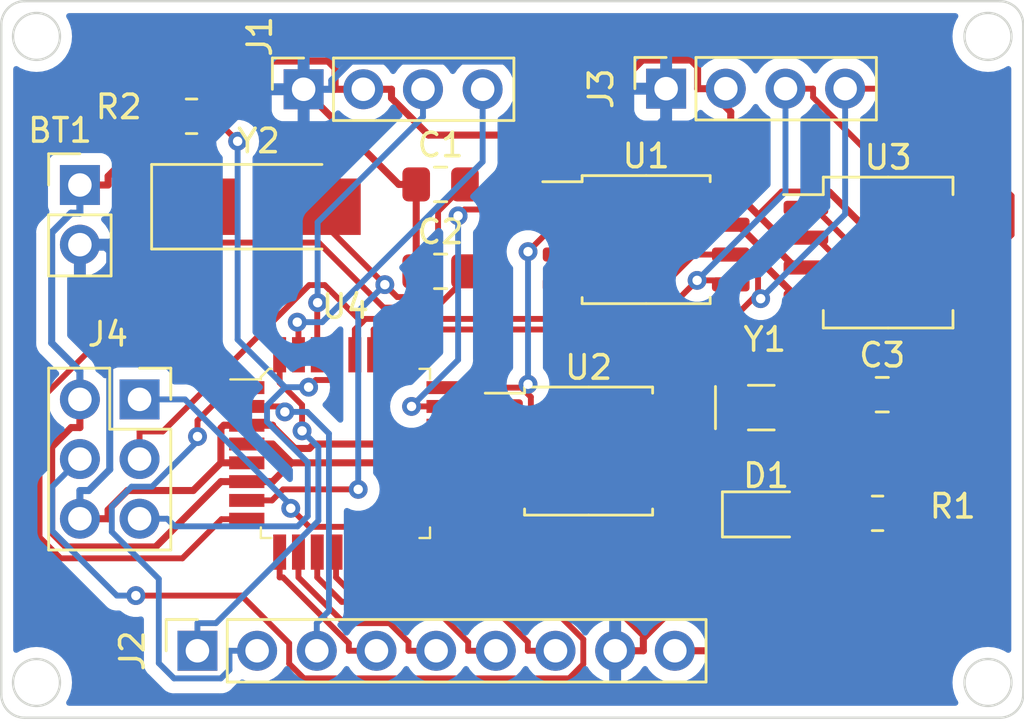
<source format=kicad_pcb>
(kicad_pcb (version 20211014) (generator pcbnew)
  (title_block (title "Arduino Battery Powered Clone with Extended EEPROM and Clock") (date "2022-06-04") (rev "v1") (comment 1 "Designed by Yogesh"))
  (layers (0 "F.Cu" signal) (31 "B.Cu" signal) (34 "B.Paste" user) (35 "F.Paste" user) (36 "B.SilkS" user "B.Silkscreen") (37 "F.SilkS" user "F.Silkscreen") (38 "B.Mask" user) (39 "F.Mask" user) (44 "Edge.Cuts" user))
  (net 0 "")
  (net 1 "/Vcc")
  (net 2 "GNDPWR")
  (net 3 "Net-(U4-Pad7)")
  (net 4 "Net-(U4-Pad8)")
  (net 5 "Net-(R1-Pad1)")
  (net 6 "Net-(U4-Pad17)")
  (net 7 "/RX")
  (net 8 "/TX")
  (net 9 "/D2")
  (net 10 "/D3")
  (net 11 "/D4")
  (net 12 "/D5")
  (net 13 "/D6")
  (net 14 "/D7")
  (net 15 "/D8")
  (net 16 "/SDA")
  (net 17 "/SCK")
  (net 18 "/MISO")
  (net 19 "/MOSI")
  (net 20 "/RESET")
  (net 21 "/ADRS1")
  (net 22 "/ADRS2")
  (net 23 "Net-(U3-Pad1)")
  (net 24 "Net-(U3-Pad2)")
  (footprint "Connector_PinSocket_2.54mm:PinSocket_1x04_P2.54mm_Vertical" (layer "F.Cu") (at 83.37 103.75 90)
    (fp_text reference "J1" (at 2.25 -1.87 90) (layer "F.SilkS"))
    (fp_text value "Serial")
    (pad "1" thru_hole rect (at 0 0 90) (size 1.7 1.7) (drill 1) (layers *.Cu *.Mask) (net 2 "GNDPWR"))
    (pad "2" thru_hole oval (at 0 2.54 90) (size 1.7 1.7) (drill 1) (layers *.Cu *.Mask) (net 1 "/Vcc"))
    (pad "3" thru_hole oval (at 0 5.08 90) (size 1.7 1.7) (drill 1) (layers *.Cu *.Mask) (net 7 "/RX"))
    (pad "4" thru_hole oval (at 0 7.62 90) (size 1.7 1.7) (drill 1) (layers *.Cu *.Mask) (net 8 "/TX"))
  )
  (footprint "Capacitor_SMD:C_0805_2012Metric_Pad1.18x1.45mm_HandSolder" (layer "F.Cu") (at 89.2 107.8)
    (fp_text reference "C1" (at 0 -1.68) (layer "F.SilkS"))
    (fp_text value "22pF")
    (pad "1" smd roundrect (at -1.0375 0) (size 1.175 1.45) (layers "F.Cu" "F.Paste" "F.Mask") (roundrect_rratio 0.212766) (net 2 "GNDPWR"))
    (pad "2" smd roundrect (at 1.0375 0) (size 1.175 1.45) (layers "F.Cu" "F.Paste" "F.Mask") (roundrect_rratio 0.212766) (net 3 "Net-(U4-Pad7)"))
  )
  (footprint "Package_SO:SOIC-8_5.23x5.23mm_P1.27mm" (layer "F.Cu") (at 95.5 119.15)
    (fp_text reference "U2" (at 0 -3.56) (layer "F.SilkS"))
    (fp_text value "24LC1025")
    (pad "1" smd roundrect (at -3.6 -1.905) (size 1.6 0.6) (layers "F.Cu" "F.Paste" "F.Mask") (net 21 "/ADRS1"))
    (pad "2" smd roundrect (at -3.6 -0.635) (size 1.6 0.6) (layers "F.Cu" "F.Paste" "F.Mask") (net 22 "/ADRS2"))
    (pad "3" smd roundrect (at -3.6 0.635) (size 1.6 0.6) (layers "F.Cu" "F.Paste" "F.Mask") (net 1 "/Vcc"))
    (pad "4" smd roundrect (at -3.6 1.905) (size 1.6 0.6) (layers "F.Cu" "F.Paste" "F.Mask") (net 2 "GNDPWR"))
    (pad "5" smd roundrect (at 3.6 1.905) (size 1.6 0.6) (layers "F.Cu" "F.Paste" "F.Mask") (net 16 "/SDA"))
    (pad "6" smd roundrect (at 3.6 0.635) (size 1.6 0.6) (layers "F.Cu" "F.Paste" "F.Mask") (net 17 "/SCK"))
    (pad "7" smd roundrect (at 3.6 -0.635) (size 1.6 0.6) (layers "F.Cu" "F.Paste" "F.Mask") (net 2 "GNDPWR"))
    (pad "8" smd roundrect (at 3.6 -1.905) (size 1.6 0.6) (layers "F.Cu" "F.Paste" "F.Mask") (net 1 "/Vcc"))
  )
  (footprint "Crystal:Crystal_SMD_5032-2Pin_5.0x3.2mm_HandSoldering" (layer "F.Cu") (at 81.45 108.75)
    (fp_text reference "Y2" (at 0 -2.8) (layer "F.SilkS"))
    (fp_text value "Crystal 16MHz")
    (pad "1" smd rect (at -2.6 0) (size 3.5 2.4) (layers "F.Cu" "F.Paste" "F.Mask") (net 4 "Net-(U4-Pad8)"))
    (pad "2" smd rect (at 2.6 0) (size 3.5 2.4) (layers "F.Cu" "F.Paste" "F.Mask") (net 3 "Net-(U4-Pad7)"))
  )
  (footprint "Package_SO:SO-8_5.3x6.2mm_P1.27mm" (layer "F.Cu") (at 108.25 110.7)
    (fp_text reference "U3" (at 0 -4.05) (layer "F.SilkS"))
    (fp_text value "DS1337")
    (pad "1" smd roundrect (at -3.5 -1.905) (size 1.9 0.6) (layers "F.Cu" "F.Paste" "F.Mask") (net 23 "Net-(U3-Pad1)"))
    (pad "2" smd roundrect (at -3.5 -0.635) (size 1.9 0.6) (layers "F.Cu" "F.Paste" "F.Mask") (net 24 "Net-(U3-Pad2)"))
    (pad "3" smd roundrect (at -3.5 0.635) (size 1.9 0.6) (layers "F.Cu" "F.Paste" "F.Mask") (net 1 "/Vcc"))
    (pad "4" smd roundrect (at -3.5 1.905) (size 1.9 0.6) (layers "F.Cu" "F.Paste" "F.Mask") (net 2 "GNDPWR"))
    (pad "5" smd roundrect (at 3.5 1.905) (size 1.9 0.6) (layers "F.Cu" "F.Paste" "F.Mask") (net 16 "/SDA"))
    (pad "6" smd roundrect (at 3.5 0.635) (size 1.9 0.6) (layers "F.Cu" "F.Paste" "F.Mask") (net 17 "/SCK"))
    (pad "7" smd roundrect (at 3.5 -0.635) (size 1.9 0.6) (layers "F.Cu" "F.Paste" "F.Mask"))
    (pad "8" smd roundrect (at 3.5 -1.905) (size 1.9 0.6) (layers "F.Cu" "F.Paste" "F.Mask") (net 1 "/Vcc"))
  )
  (footprint "Connector_PinSocket_2.54mm:PinSocket_2x03_P2.54mm_Vertical" (layer "F.Cu") (at 76.3869 116.95)
    (fp_text reference "J4" (at -1.35 -2.77) (layer "F.SilkS"))
    (fp_text value "ICSP")
    (pad "1" thru_hole rect (at 0 0) (size 1.7 1.7) (drill 1) (layers *.Cu *.Mask) (net 18 "/MISO"))
    (pad "2" thru_hole oval (at -2.54 0) (size 1.7 1.7) (drill 1) (layers *.Cu *.Mask) (net 1 "/Vcc"))
    (pad "3" thru_hole oval (at 0 2.54) (size 1.7 1.7) (drill 1) (layers *.Cu *.Mask) (net 17 "/SCK"))
    (pad "4" thru_hole oval (at -2.54 2.54) (size 1.7 1.7) (drill 1) (layers *.Cu *.Mask) (net 19 "/MOSI"))
    (pad "5" thru_hole oval (at 0 5.08) (size 1.7 1.7) (drill 1) (layers *.Cu *.Mask) (net 20 "/RESET"))
    (pad "6" thru_hole oval (at -2.54 5.08) (size 1.7 1.7) (drill 1) (layers *.Cu *.Mask) (net 2 "GNDPWR"))
  )
  (footprint "Capacitor_SMD:C_0805_2012Metric_Pad1.18x1.45mm_HandSolder" (layer "F.Cu") (at 89.2 111.5)
    (fp_text reference "C2" (at 0 -1.68) (layer "F.SilkS"))
    (fp_text value "22pF")
    (pad "1" smd roundrect (at -1.0375 0) (size 1.175 1.45) (layers "F.Cu" "F.Paste" "F.Mask") (roundrect_rratio 0.212766) (net 2 "GNDPWR"))
    (pad "2" smd roundrect (at 1.0375 0) (size 1.175 1.45) (layers "F.Cu" "F.Paste" "F.Mask") (roundrect_rratio 0.212766) (net 4 "Net-(U4-Pad8)"))
  )
  (footprint "Package_SO:SOIC-8_5.23x5.23mm_P1.27mm" (layer "F.Cu") (at 97.95 110.15)
    (fp_text reference "U1" (at 0 -3.56) (layer "F.SilkS"))
    (fp_text value "24LC1025")
    (pad "1" smd roundrect (at -3.6 -1.905) (size 1.6 0.6) (layers "F.Cu" "F.Paste" "F.Mask") (net 21 "/ADRS1"))
    (pad "2" smd roundrect (at -3.6 -0.635) (size 1.6 0.6) (layers "F.Cu" "F.Paste" "F.Mask") (net 22 "/ADRS2"))
    (pad "3" smd roundrect (at -3.6 0.635) (size 1.6 0.6) (layers "F.Cu" "F.Paste" "F.Mask") (net 1 "/Vcc"))
    (pad "4" smd roundrect (at -3.6 1.905) (size 1.6 0.6) (layers "F.Cu" "F.Paste" "F.Mask") (net 2 "GNDPWR"))
    (pad "5" smd roundrect (at 3.6 1.905) (size 1.6 0.6) (layers "F.Cu" "F.Paste" "F.Mask") (net 16 "/SDA"))
    (pad "6" smd roundrect (at 3.6 0.635) (size 1.6 0.6) (layers "F.Cu" "F.Paste" "F.Mask") (net 17 "/SCK"))
    (pad "7" smd roundrect (at 3.6 -0.635) (size 1.6 0.6) (layers "F.Cu" "F.Paste" "F.Mask") (net 2 "GNDPWR"))
    (pad "8" smd roundrect (at 3.6 -1.905) (size 1.6 0.6) (layers "F.Cu" "F.Paste" "F.Mask") (net 1 "/Vcc"))
  )
  (footprint "LED_SMD:LED_0805_2012Metric_Pad1.15x1.40mm_HandSolder" (layer "F.Cu") (at 103.055 121.845)
    (fp_text reference "D1" (at 0 -1.65) (layer "F.SilkS"))
    (fp_text value "LED")
    (pad "1" smd roundrect (at -1.025 0) (size 1.15 1.4) (layers "F.Cu" "F.Paste" "F.Mask") (roundrect_rratio 0.217391) (net 5 "Net-(R1-Pad1)"))
    (pad "2" smd roundrect (at 1.025 0) (size 1.15 1.4) (layers "F.Cu" "F.Paste" "F.Mask") (roundrect_rratio 0.217391) (net 6 "Net-(U4-Pad17)"))
  )
  (footprint "Connector_PinHeader_2.54mm:PinHeader_1x02_P2.54mm_Vertical" (layer "F.Cu") (at 73.8469 107.825)
    (fp_text reference "BT1" (at -0.8469 -2.325) (layer "F.SilkS"))
    (fp_text value "Battery 3V")
    (pad "1" thru_hole rect (at 0 0) (size 1.7 1.7) (drill 1) (layers *.Cu *.Mask) (net 1 "/Vcc"))
    (pad "2" thru_hole oval (at 0 2.54) (size 1.7 1.7) (drill 1) (layers *.Cu *.Mask) (net 2 "GNDPWR"))
  )
  (footprint "Capacitor_SMD:C_0805_2012Metric_Pad1.18x1.45mm_HandSolder" (layer "F.Cu") (at 108 116.75)
    (fp_text reference "C3" (at 0 -1.68) (layer "F.SilkS"))
    (fp_text value "10uF")
    (pad "1" smd roundrect (at -1.0375 0) (size 1.175 1.45) (layers "F.Cu" "F.Paste" "F.Mask") (roundrect_rratio 0.212766) (net 1 "/Vcc"))
    (pad "2" smd roundrect (at 1.0375 0) (size 1.175 1.45) (layers "F.Cu" "F.Paste" "F.Mask") (roundrect_rratio 0.212766) (net 2 "GNDPWR"))
  )
  (footprint "Connector_PinSocket_2.54mm:PinSocket_1x09_P2.54mm_Vertical" (layer "F.Cu") (at 78.85 127.65 90)
    (fp_text reference "J2" (at 0 -2.77 90) (layer "F.SilkS"))
    (fp_text value "Digital Pins")
    (pad "1" thru_hole rect (at 0 0 90) (size 1.7 1.7) (drill 1) (layers *.Cu *.Mask) (net 9 "/D2"))
    (pad "2" thru_hole oval (at 0 2.54 90) (size 1.7 1.7) (drill 1) (layers *.Cu *.Mask) (net 10 "/D3"))
    (pad "3" thru_hole oval (at 0 5.08 90) (size 1.7 1.7) (drill 1) (layers *.Cu *.Mask) (net 11 "/D4"))
    (pad "4" thru_hole oval (at 0 7.62 90) (size 1.7 1.7) (drill 1) (layers *.Cu *.Mask) (net 12 "/D5"))
    (pad "5" thru_hole oval (at 0 10.16 90) (size 1.7 1.7) (drill 1) (layers *.Cu *.Mask) (net 13 "/D6"))
    (pad "6" thru_hole oval (at 0 12.7 90) (size 1.7 1.7) (drill 1) (layers *.Cu *.Mask) (net 14 "/D7"))
    (pad "7" thru_hole oval (at 0 15.24 90) (size 1.7 1.7) (drill 1) (layers *.Cu *.Mask) (net 15 "/D8"))
    (pad "8" thru_hole oval (at 0 17.78 90) (size 1.7 1.7) (drill 1) (layers *.Cu *.Mask) (net 2 "GNDPWR"))
    (pad "9" thru_hole oval (at 0 20.32 90) (size 1.7 1.7) (drill 1) (layers *.Cu *.Mask) (net 1 "/Vcc"))
  )
  (footprint "Crystal:Crystal_SMD_MicroCrystal_CC7V-T1A-2Pin_3.2x1.5mm" (layer "F.Cu") (at 102.85 117.3)
    (fp_text reference "Y1" (at 0.15 -2.9) (layer "F.SilkS"))
    (fp_text value "Crystal 32MHz")
    (pad "1" smd rect (at -1.25 0) (size 1 1.8) (layers "F.Cu" "F.Paste" "F.Mask") (net 24 "Net-(U3-Pad2)"))
    (pad "2" smd rect (at 1.25 0) (size 1 1.8) (layers "F.Cu" "F.Paste" "F.Mask") (net 23 "Net-(U3-Pad1)"))
  )
  (footprint "Resistor_SMD:R_0805_2012Metric_Pad1.20x1.40mm_HandSolder" (layer "F.Cu") (at 78.6 104.9 180)
    (fp_text reference "R2" (at 3.1 0.4) (layer "F.SilkS"))
    (fp_text value "10KOhm")
    (pad "1" smd roundrect (at -1 0 180) (size 1.2 1.4) (layers "F.Cu" "F.Paste" "F.Mask") (roundrect_rratio 0.208333) (net 20 "/RESET"))
    (pad "2" smd roundrect (at 1 0 180) (size 1.2 1.4) (layers "F.Cu" "F.Paste" "F.Mask") (roundrect_rratio 0.208333) (net 1 "/Vcc"))
  )
  (footprint "Connector_PinSocket_2.54mm:PinSocket_1x04_P2.54mm_Vertical" (layer "F.Cu") (at 98.8 103.725 90)
    (fp_text reference "J3" (at 0 -2.77 90) (layer "F.SilkS"))
    (fp_text value "I2C")
    (pad "1" thru_hole rect (at 0 0 90) (size 1.7 1.7) (drill 1) (layers *.Cu *.Mask) (net 2 "GNDPWR"))
    (pad "2" thru_hole oval (at 0 2.54 90) (size 1.7 1.7) (drill 1) (layers *.Cu *.Mask) (net 1 "/Vcc"))
    (pad "3" thru_hole oval (at 0 5.08 90) (size 1.7 1.7) (drill 1) (layers *.Cu *.Mask) (net 16 "/SDA"))
    (pad "4" thru_hole oval (at 0 7.62 90) (size 1.7 1.7) (drill 1) (layers *.Cu *.Mask) (net 17 "/SCK"))
  )
  (footprint "digikey-footprints:TQFP-32_7x7mm" (layer "F.Cu") (at 85.15 119.25)
    (fp_text reference "U4" (at 0 -6.25) (layer "F.SilkS"))
    (fp_text value "ATMEGA328P-AU")
    (pad "1" smd rect locked (at -4.2 -2.8) (size 1.5 0.55) (layers "F.Cu" "F.Paste" "F.Mask") (net 10 "/D3"))
    (pad "2" smd rect locked (at -4.2 -2) (size 1.5 0.55) (layers "F.Cu" "F.Paste" "F.Mask") (net 11 "/D4"))
    (pad "3" smd rect locked (at -4.2 -1.2) (size 1.5 0.55) (layers "F.Cu" "F.Paste" "F.Mask") (net 2 "GNDPWR"))
    (pad "4" smd rect locked (at -4.2 -0.4) (size 1.5 0.55) (layers "F.Cu" "F.Paste" "F.Mask") (net 1 "/Vcc"))
    (pad "5" smd rect locked (at -4.2 0.4) (size 1.5 0.55) (layers "F.Cu" "F.Paste" "F.Mask") (net 2 "GNDPWR"))
    (pad "6" smd rect locked (at -4.2 1.2) (size 1.5 0.55) (layers "F.Cu" "F.Paste" "F.Mask") (net 1 "/Vcc"))
    (pad "7" smd rect locked (at -4.2 2) (size 1.5 0.55) (layers "F.Cu" "F.Paste" "F.Mask") (net 3 "Net-(U4-Pad7)"))
    (pad "8" smd rect locked (at -4.2 2.8) (size 1.5 0.55) (layers "F.Cu" "F.Paste" "F.Mask") (net 4 "Net-(U4-Pad8)"))
    (pad "9" smd rect locked (at -2.8 4.2) (size 0.55 1.5) (layers "F.Cu" "F.Paste" "F.Mask") (net 12 "/D5"))
    (pad "10" smd rect locked (at -2 4.2) (size 0.55 1.5) (layers "F.Cu" "F.Paste" "F.Mask") (net 13 "/D6"))
    (pad "11" smd rect locked (at -1.2 4.2) (size 0.55 1.5) (layers "F.Cu" "F.Paste" "F.Mask") (net 14 "/D7"))
    (pad "12" smd rect locked (at -0.4 4.2) (size 0.55 1.5) (layers "F.Cu" "F.Paste" "F.Mask") (net 15 "/D8"))
    (pad "13" smd rect locked (at 0.4 4.2) (size 0.55 1.5) (layers "F.Cu" "F.Paste" "F.Mask"))
    (pad "14" smd rect locked (at 1.2 4.2) (size 0.55 1.5) (layers "F.Cu" "F.Paste" "F.Mask"))
    (pad "15" smd rect locked (at 2 4.2) (size 0.55 1.5) (layers "F.Cu" "F.Paste" "F.Mask") (net 19 "/MOSI"))
    (pad "16" smd rect locked (at 2.8 4.2) (size 0.55 1.5) (layers "F.Cu" "F.Paste" "F.Mask") (net 18 "/MISO"))
    (pad "17" smd rect locked (at 4.2 2.8) (size 1.5 0.55) (layers "F.Cu" "F.Paste" "F.Mask") (net 6 "Net-(U4-Pad17)"))
    (pad "18" smd rect locked (at 4.2 2) (size 1.5 0.55) (layers "F.Cu" "F.Paste" "F.Mask") (net 1 "/Vcc"))
    (pad "19" smd rect locked (at 4.2 1.2) (size 1.5 0.55) (layers "F.Cu" "F.Paste" "F.Mask"))
    (pad "20" smd rect locked (at 4.2 0.4) (size 1.5 0.55) (layers "F.Cu" "F.Paste" "F.Mask") (net 1 "/Vcc"))
    (pad "21" smd rect locked (at 4.2 -0.4) (size 1.5 0.55) (layers "F.Cu" "F.Paste" "F.Mask") (net 2 "GNDPWR"))
    (pad "22" smd rect locked (at 4.2 -1.2) (size 1.5 0.55) (layers "F.Cu" "F.Paste" "F.Mask"))
    (pad "23" smd rect locked (at 4.2 -2) (size 1.5 0.55) (layers "F.Cu" "F.Paste" "F.Mask") (net 21 "/ADRS1"))
    (pad "24" smd rect locked (at 4.2 -2.8) (size 1.5 0.55) (layers "F.Cu" "F.Paste" "F.Mask") (net 22 "/ADRS2"))
    (pad "25" smd rect locked (at 2.8 -4.2) (size 0.55 1.5) (layers "F.Cu" "F.Paste" "F.Mask"))
    (pad "26" smd rect locked (at 2 -4.2) (size 0.55 1.5) (layers "F.Cu" "F.Paste" "F.Mask"))
    (pad "27" smd rect locked (at 1.2 -4.2) (size 0.55 1.5) (layers "F.Cu" "F.Paste" "F.Mask") (net 16 "/SDA"))
    (pad "28" smd rect locked (at 0.4 -4.2) (size 0.55 1.5) (layers "F.Cu" "F.Paste" "F.Mask") (net 17 "/SCK"))
    (pad "29" smd rect locked (at -0.4 -4.2) (size 0.55 1.5) (layers "F.Cu" "F.Paste" "F.Mask") (net 20 "/RESET"))
    (pad "30" smd rect locked (at -1.2 -4.2) (size 0.55 1.5) (layers "F.Cu" "F.Paste" "F.Mask") (net 7 "/RX"))
    (pad "31" smd rect locked (at -2 -4.2) (size 0.55 1.5) (layers "F.Cu" "F.Paste" "F.Mask") (net 8 "/TX"))
    (pad "32" smd rect locked (at -2.8 -4.2) (size 0.55 1.5) (layers "F.Cu" "F.Paste" "F.Mask") (net 9 "/D2"))
  )
  (footprint "Resistor_SMD:R_0805_2012Metric_Pad1.20x1.40mm_HandSolder" (layer "F.Cu") (at 107.8 121.8)
    (fp_text reference "R1" (at 3.2 -0.3) (layer "F.SilkS"))
    (fp_text value "330Ohm")
    (pad "1" smd roundrect (at -1 0) (size 1.2 1.4) (layers "F.Cu" "F.Paste" "F.Mask") (roundrect_rratio 0.208333) (net 5 "Net-(R1-Pad1)"))
    (pad "2" smd roundrect (at 1 0) (size 1.2 1.4) (layers "F.Cu" "F.Paste" "F.Mask") (roundrect_rratio 0.208333) (net 2 "GNDPWR"))
  )
  (gr_line (start 114 101) (end 114 129.5) (layer "Edge.Cuts") (width 0.1))
  (gr_circle (center 72 101.5) (end 73 101.5) (layer "Edge.Cuts") (width 0.1) (fill none))
  (gr_line (start 70.5 101) (end 70.5 129.5) (layer "Edge.Cuts") (width 0.1))
  (gr_line (start 71.5 100) (end 113 100) (layer "Edge.Cuts") (width 0.1))
  (gr_circle (center 112.5 129) (end 113.5 129) (layer "Edge.Cuts") (width 0.1) (fill none))
  (gr_circle (center 112.5 101.5) (end 113.5 101.5) (layer "Edge.Cuts") (width 0.1) (fill none))
  (gr_arc (start 70.5 101) (mid 70.792893 100.292893) (end 71.5 100) (layer "Edge.Cuts") (width 0.1))
  (gr_arc (start 71.5 130.5) (mid 70.792893 130.207107) (end 70.5 129.5) (layer "Edge.Cuts") (width 0.1))
  (gr_circle (center 72 129) (end 73 129) (layer "Edge.Cuts") (width 0.1) (fill none))
  (gr_line (start 71.5 130.5) (end 113 130.5) (layer "Edge.Cuts") (width 0.1))
  (gr_arc (start 114 129.5) (mid 113.707107 130.207107) (end 113 130.5) (layer "Edge.Cuts") (width 0.1))
  (gr_arc (start 113 100) (mid 113.707107 100.292893) (end 114 101) (layer "Edge.Cuts") (width 0.1))
  (segment (start 102.7387 109.1196) (end 103.3331 109.714) (width 0.3) (layer "F.Cu") (net 1))
  (segment (start 94.6455 110.785) (end 95.5106 109.9199) (width 0.3) (layer "F.Cu") (net 1))
  (segment (start 109.9876 122.3082) (end 109.9876 116.0245) (width 0.3) (layer "F.Cu") (net 1))
  (segment (start 82.0503 120.45) (end 82.8503 119.65) (width 0.3) (layer "F.Cu") (net 1))
  (segment (start 103.3331 109.714) (end 103.3331 110.3762) (width 0.3) (layer "F.Cu") (net 1))
  (segment (start 75.0472 107.4528) (end 77.6 104.9) (width 0.3) (layer "F.Cu") (net 1))
  (segment (start 95.5106 106.612) (end 94.5993 105.7007) (width 0.3) (layer "F.Cu") (net 1))
  (segment (start 111.75 108.795) (end 110.5862 108.795) (width 0.3) (layer "F.Cu") (net 1))
  (segment (start 104.2919 111.335) (end 104.75 111.335) (width 0.3) (layer "F.Cu") (net 1))
  (segment (start 89.35 121.25) (end 88.2497 121.25) (width 0.3) (layer "F.Cu") (net 1))
  (segment (start 72.6452 118.9789) (end 73.4738 118.1503) (width 0.3) (layer "F.Cu") (net 1))
  (segment (start 105.7521 108.1279) (end 103.7304 108.1279) (width 0.3) (layer "F.Cu") (net 1))
  (segment (start 101.8641 108.245) (end 102.7387 109.1196) (width 0.3) (layer "F.Cu") (net 1))
  (segment (start 84.7097 103.75) (end 84.7097 102.8498) (width 0.3) (layer "F.Cu") (net 1))
  (segment (start 97.7946 102.5054) (end 99.8568 102.5054) (width 0.3) (layer "F.Cu") (net 1))
  (segment (start 108.5027 110.8785) (end 105.7521 108.1279) (width 0.3) (layer "F.Cu") (net 1))
  (segment (start 73.2618 123.231) (end 72.6452 122.6144) (width 0.3) (layer "F.Cu") (net 1))
  (segment (start 73.8469 116.95) (end 73.8469 118.1503) (width 0.3) (layer "F.Cu") (net 1))
  (segment (start 101.55 108.245) (end 101.8641 108.245) (width 0.3) (layer "F.Cu") (net 1))
  (segment (start 84.4095 102.5496) (end 79.9504 102.5496) (width 0.3) (layer "F.Cu") (net 1))
  (segment (start 106.9625 116.75) (end 105.1621 118.5504) (width 0.3) (layer "F.Cu") (net 1))
  (segment (start 88.6859 105.7007) (end 87.1103 104.1251) (width 0.3) (layer "F.Cu") (net 1))
  (segment (start 79.9504 102.5496) (end 77.6 104.9) (width 0.3) (layer "F.Cu") (net 1))
  (segment (start 100.9405 118.5504) (end 99.6351 117.245) (width 0.3) (layer "F.Cu") (net 1))
  (segment (start 84.7097 102.8498) (end 84.4095 102.5496) (width 0.3) (layer "F.Cu") (net 1))
  (segment (start 99.6351 117.245) (end 99.1 117.245) (width 0.3) (layer "F.Cu") (net 1))
  (segment (start 110.5862 108.795) (end 108.5027 110.8785) (width 0.3) (layer "F.Cu") (net 1))
  (segment (start 82.8503 119.65) (end 82.0503 118.85) (width 0.3) (layer "F.Cu") (net 1))
  (segment (start 89.35 119.65) (end 88.2497 119.65) (width 0.3) (layer "F.Cu") (net 1))
  (segment (start 80.95 120.45) (end 82.0503 120.45) (width 0.3) (layer "F.Cu") (net 1))
  (segment (start 79.8497 120.45) (end 77.0687 123.231) (width 0.3) (layer "F.Cu") (net 1))
  (segment (start 94.5993 105.7007) (end 97.7946 102.5054) (width 0.3) (layer "F.Cu") (net 1))
  (segment (start 100.5622 103.725) (end 101.55 104.7128) (width 0.3) (layer "F.Cu") (net 1))
  (segment (start 94.5993 105.7007) (end 88.6859 105.7007) (width 0.3) (layer "F.Cu") (net 1))
  (segment (start 99.17 127.65) (end 104.6458 127.65) (width 0.3) (layer "F.Cu") (net 1))
  (segment (start 108.5027 115.2098) (end 106.9625 116.75) (width 0.3) (layer "F.Cu") (net 1))
  (segment (start 103.3331 110.3762) (end 104.2919 111.335) (width 0.3) (layer "F.Cu") (net 1))
  (segment (start 77.0687 123.231) (end 73.2618 123.231) (width 0.3) (layer "F.Cu") (net 1))
  (segment (start 105.1621 118.5504) (end 100.9405 118.5504) (width 0.3) (layer "F.Cu") (net 1))
  (segment (start 88.2497 119.65) (end 88.2497 121.25) (width 0.3) (layer "F.Cu") (net 1))
  (segment (start 72.6452 122.6144) (end 72.6452 118.9789) (width 0.3) (layer "F.Cu") (net 1))
  (segment (start 100.5622 103.725) (end 100.1397 103.725) (width 0.3) (layer "F.Cu") (net 1))
  (segment (start 109.1729 115.2098) (end 108.5027 115.2098) (width 0.3) (layer "F.Cu") (net 1))
  (segment (start 73.8469 107.825) (end 75.0472 107.825) (width 0.3) (layer "F.Cu") (net 1))
  (segment (start 108.5027 110.8785) (end 108.5027 115.2098) (width 0.3) (layer "F.Cu") (net 1))
  (segment (start 87.1103 104.1251) (end 87.1103 103.75) (width 0.3) (layer "F.Cu") (net 1))
  (segment (start 109.9876 116.0245) (end 109.1729 115.2098) (width 0.3) (layer "F.Cu") (net 1))
  (segment (start 95.5106 109.9199) (end 95.5106 106.612) (width 0.3) (layer "F.Cu") (net 1))
  (segment (start 80.95 118.85) (end 82.0503 118.85) (width 0.3) (layer "F.Cu") (net 1))
  (segment (start 91.9 119.785) (end 91.765 119.65) (width 0.3) (layer "F.Cu") (net 1))
  (segment (start 103.7304 108.1279) (end 102.7387 109.1196) (width 0.3) (layer "F.Cu") (net 1))
  (segment (start 80.95 120.45) (end 79.8497 120.45) (width 0.3) (layer "F.Cu") (net 1))
  (segment (start 85.91 103.75) (end 87.1103 103.75) (width 0.3) (layer "F.Cu") (net 1))
  (segment (start 101.34 103.725) (end 100.5622 103.725) (width 0.3) (layer "F.Cu") (net 1))
  (segment (start 104.6458 127.65) (end 109.9876 122.3082) (width 0.3) (layer "F.Cu") (net 1))
  (segment (start 73.4738 118.1503) (end 73.8469 118.1503) (width 0.3) (layer "F.Cu") (net 1))
  (segment (start 94.35 110.785) (end 94.6455 110.785) (width 0.3) (layer "F.Cu") (net 1))
  (segment (start 91.765 119.65) (end 89.35 119.65) (width 0.3) (layer "F.Cu") (net 1))
  (segment (start 88.2497 119.65) (end 82.8503 119.65) (width 0.3) (layer "F.Cu") (net 1))
  (segment (start 100.1397 102.7883) (end 100.1397 103.725) (width 0.3) (layer "F.Cu") (net 1))
  (segment (start 101.55 104.7128) (end 101.55 108.245) (width 0.3) (layer "F.Cu") (net 1))
  (segment (start 99.8568 102.5054) (end 100.1397 102.7883) (width 0.3) (layer "F.Cu") (net 1))
  (segment (start 85.91 103.75) (end 84.7097 103.75) (width 0.3) (layer "F.Cu") (net 1))
  (segment (start 75.0472 107.825) (end 75.0472 107.4528) (width 0.3) (layer "F.Cu") (net 1))
  (segment (start 73.8469 115.7497) (end 72.6466 114.5494) (width 0.3) (layer "B.Cu") (net 1))
  (segment (start 73.8469 107.825) (end 73.8469 109.0253) (width 0.3) (layer "B.Cu") (net 1))
  (segment (start 73.8469 116.95) (end 73.8469 115.7497) (width 0.3) (layer "B.Cu") (net 1))
  (segment (start 73.4717 109.0253) (end 73.8469 109.0253) (width 0.3) (layer "B.Cu") (net 1))
  (segment (start 72.6466 114.5494) (end 72.6466 109.8504) (width 0.3) (layer "B.Cu") (net 1))
  (segment (start 72.6466 109.8504) (end 73.4717 109.0253) (width 0.3) (layer "B.Cu") (net 1))
  (segment (start 79.8497 118.1751) (end 79.9748 118.05) (width 0.3) (layer "F.Cu") (net 2))
  (segment (start 83.37 103.75) (end 87.42 107.8) (width 0.3) (layer "F.Cu") (net 2))
  (segment (start 98.8 103.725) (end 98.8 107.0319) (width 0.3) (layer "F.Cu") (net 2))
  (segment (start 97.895 127.0499) (end 91.9 121.055) (width 0.3) (layer "F.Cu") (net 2))
  (segment (start 82.0503 118.0956) (end 82.9937 119.039) (width 0.3) (layer "F.Cu") (net 2))
  (segment (start 101.55 109.515) (end 101.8494 109.515) (width 0.3) (layer "F.Cu") (net 2))
  (segment (start 94.6035 112.055) (end 94.35 112.055) (width 0.3) (layer "F.Cu") (net 2))
  (segment (start 102.701 110.3666) (end 102.701 110.9446) (width 0.3) (layer "F.Cu") (net 2))
  (segment (start 101.8494 109.515) (end 102.701 110.3666) (width 0.3) (layer "F.Cu") (net 2))
  (segment (start 104.3614 112.605) (end 104.75 112.605) (width 0.3) (layer "F.Cu") (net 2))
  (segment (start 83.6152 119.039) (end 83.8042 118.85) (width 0.3) (layer "F.Cu") (net 2))
  (segment (start 102.701 110.9446) (end 104.3614 112.605) (width 0.3) (layer "F.Cu") (net 2))
  (segment (start 73.8469 122.03) (end 75.0472 122.03) (width 0.3) (layer "F.Cu") (net 2))
  (segment (start 97.8303 127.65) (end 97.8303 127.1146) (width 0.3) (layer "F.Cu") (net 2))
  (segment (start 109.0375 118.8191) (end 108.8 119.0566) (width 0.3) (layer "F.Cu") (net 2))
  (segment (start 87.42 107.8) (end 88.1625 107.8) (width 0.3) (layer "F.Cu") (net 2))
  (segment (start 109.0375 116.75) (end 109.0375 118.8191) (width 0.3) (layer "F.Cu") (net 2))
  (segment (start 75.8723 120.8297) (end 78.67 120.8297) (width 0.3) (layer "F.Cu") (net 2))
  (segment (start 108.8 119.0566) (end 99.6416 119.0566) (width 0.3) (layer "F.Cu") (net 2))
  (segment (start 99.2133 107.4452) (end 101.2831 109.515) (width 0.3) (layer "F.Cu") (net 2))
  (segment (start 98.8 107.0319) (end 99.2133 107.4452) (width 0.3) (layer "F.Cu") (net 2))
  (segment (start 82.9937 119.039) (end 83.6152 119.039) (width 0.3) (layer "F.Cu") (net 2))
  (segment (start 80.95 119.65) (end 79.8497 119.65) (width 0.3) (layer "F.Cu") (net 2))
  (segment (start 96.63 127.65) (end 97.8303 127.65) (width 0.3) (layer "F.Cu") (net 2))
  (segment (start 99.2133 107.4452) (end 94.6035 112.055) (width 0.3) (layer "F.Cu") (net 2))
  (segment (start 97.8303 127.1146) (end 97.895 127.0499) (width 0.3) (layer "F.Cu") (net 2))
  (segment (start 75.0472 121.6548) (end 75.8723 120.8297) (width 0.3) (layer "F.Cu") (net 2))
  (segment (start 99.8858 125.0591) (end 105.5409 125.0591) (width 0.3) (layer "F.Cu") (net 2))
  (segment (start 101.2831 109.515) (end 101.55 109.515) (width 0.3) (layer "F.Cu") (net 2))
  (segment (start 88.1625 111.5) (end 88.1625 107.8) (width 0.3) (layer "F.Cu") (net 2))
  (segment (start 82.0503 118.05) (end 82.0503 118.0956) (width 0.3) (layer "F.Cu") (net 2))
  (segment (start 108.8 119.0566) (end 108.8 121.8) (width 0.3) (layer "F.Cu") (net 2))
  (segment (start 97.895 127.0499) (end 99.8858 125.0591) (width 0.3) (layer "F.Cu") (net 2))
  (segment (start 83.8042 118.85) (end 89.35 118.85) (width 0.3) (layer "F.Cu") (net 2))
  (segment (start 79.8497 119.65) (end 79.8497 118.1751) (width 0.3) (layer "F.Cu") (net 2))
  (segment (start 99.6416 119.0566) (end 99.1 118.515) (width 0.3) (layer "F.Cu") (net 2))
  (segment (start 78.67 120.8297) (end 79.8497 119.65) (width 0.3) (layer "F.Cu") (net 2))
  (segment (start 75.0472 122.03) (end 75.0472 121.6548) (width 0.3) (layer "F.Cu") (net 2))
  (segment (start 80.95 118.05) (end 79.9748 118.05) (width 0.3) (layer "F.Cu") (net 2))
  (segment (start 105.5409 125.0591) (end 108.8 121.8) (width 0.3) (layer "F.Cu") (net 2))
  (segment (start 80.95 118.05) (end 82.0503 118.05) (width 0.3) (layer "F.Cu") (net 2))
  (segment (start 74.222 120.8297) (end 75.1169 119.9348) (width 0.3) (layer "B.Cu") (net 2))
  (segment (start 73.8469 122.03) (end 73.8469 120.8297) (width 0.3) (layer "B.Cu") (net 2))
  (segment (start 96.63 107.0953) (end 92.0844 102.5497) (width 0.3) (layer "B.Cu") (net 2))
  (segment (start 92.0844 102.5497) (end 85.3954 102.5497) (width 0.3) (layer "B.Cu") (net 2))
  (segment (start 83.37 103.75) (end 81.6622 103.75) (width 0.3) (layer "B.Cu") (net 2))
  (segment (start 74.8325 110.365) (end 75.0472 110.365) (width 0.3) (layer "B.Cu") (net 2))
  (segment (start 73.8469 120.8297) (end 74.222 120.8297) (width 0.3) (layer "B.Cu") (net 2))
  (segment (start 75.1169 119.9348) (end 75.1169 110.6494) (width 0.3) (layer "B.Cu") (net 2))
  (segment (start 75.1169 110.6494) (end 74.8325 110.365) (width 0.3) (layer "B.Cu") (net 2))
  (segment (start 85.3954 102.5497) (end 84.5703 103.3748) (width 0.3) (layer "B.Cu") (net 2))
  (segment (start 81.6622 103.75) (end 75.0472 110.365) (width 0.3) (layer "B.Cu") (net 2))
  (segment (start 73.8469 110.365) (end 74.8325 110.365) (width 0.3) (layer "B.Cu") (net 2))
  (segment (start 96.63 107.0953) (end 98.8 104.9253) (width 0.3) (layer "B.Cu") (net 2))
  (segment (start 98.8 103.725) (end 98.8 104.9253) (width 0.3) (layer "B.Cu") (net 2))
  (segment (start 83.37 103.75) (end 84.5703 103.75) (width 0.3) (layer "B.Cu") (net 2))
  (segment (start 84.5703 103.3748) (end 84.5703 103.75) (width 0.3) (layer "B.Cu") (net 2))
  (segment (start 96.63 127.65) (end 96.63 107.0953) (width 0.3) (layer "B.Cu") (net 2))
  (segment (start 85.694 120.7803) (end 85.694 120.7802) (width 0.25) (layer "F.Cu") (net 3))
  (segment (start 84.05 108.75) (end 84.05 109.2894) (width 0.25) (layer "F.Cu") (net 3))
  (segment (start 82.495 120.7803) (end 85.694 120.7803) (width 0.25) (layer "F.Cu") (net 3))
  (segment (start 82.0253 121.25) (end 82.495 120.7803) (width 0.25) (layer "F.Cu") (net 3))
  (segment (start 86.8267 112.0661) (end 87.3545 112.5939) (width 0.25) (layer "F.Cu") (net 3))
  (segment (start 80.95 121.25) (end 82.0253 121.25) (width 0.25) (layer "F.Cu") (net 3))
  (segment (start 84.05 109.2894) (end 86.8267 112.0661) (width 0.25) (layer "F.Cu") (net 3))
  (segment (start 87.3545 112.5939) (end 88.7457 112.5939) (width 0.25) (layer "F.Cu") (net 3))
  (segment (start 89.0931 112.2465) (end 89.0931 108.9444) (width 0.25) (layer "F.Cu") (net 3))
  (segment (start 89.0931 108.9444) (end 90.2375 107.8) (width 0.25) (layer "F.Cu") (net 3))
  (segment (start 88.7457 112.5939) (end 89.0931 112.2465) (width 0.25) (layer "F.Cu") (net 3))
  (via (at 85.694 120.7802) (size 0.8) (drill 0.4) (layers "F.Cu" "B.Cu") (net 3))
  (via (at 86.8267 112.0661) (size 0.8) (drill 0.4) (layers "F.Cu" "B.Cu") (net 3))
  (segment (start 85.694 113.1988) (end 85.694 120.7802) (width 0.25) (layer "B.Cu") (net 3))
  (segment (start 86.8267 112.0661) (end 85.694 113.1988) (width 0.25) (layer "B.Cu") (net 3))
  (segment (start 80.95 122.05) (end 79.8747 122.05) (width 0.25) (layer "F.Cu") (net 4))
  (segment (start 79.8747 122.05) (end 78.2098 123.7149) (width 0.25) (layer "F.Cu") (net 4))
  (segment (start 72.1295 122.8187) (end 72.1295 116.9959) (width 0.25) (layer "F.Cu") (net 4))
  (segment (start 78.85 108.75) (end 78.85 110.2753) (width 0.25) (layer "F.Cu") (net 4))
  (segment (start 78.85 110.2754) (end 84.0103 110.2754) (width 0.25) (layer "F.Cu") (net 4))
  (segment (start 78.2098 123.7149) (end 73.0257 123.7149) (width 0.25) (layer "F.Cu") (net 4))
  (segment (start 90.2375 111.8184) (end 90.2375 111.5) (width 0.25) (layer "F.Cu") (net 4))
  (segment (start 72.1295 116.9959) (end 78.85 110.2754) (width 0.25) (layer "F.Cu") (net 4))
  (segment (start 86.7791 113.0442) (end 89.0117 113.0442) (width 0.25) (layer "F.Cu") (net 4))
  (segment (start 89.0117 113.0442) (end 90.2375 111.8184) (width 0.25) (layer "F.Cu") (net 4))
  (segment (start 84.0103 110.2754) (end 86.7791 113.0442) (width 0.25) (layer "F.Cu") (net 4))
  (segment (start 78.85 110.2753) (end 78.85 110.2754) (width 0.25) (layer "F.Cu") (net 4))
  (segment (start 73.0257 123.7149) (end 72.1295 122.8187) (width 0.25) (layer "F.Cu") (net 4))
  (segment (start 105.727 122.873) (end 103.058 122.873) (width 0.25) (layer "F.Cu") (net 5))
  (segment (start 103.058 122.873) (end 102.03 121.845) (width 0.25) (layer "F.Cu") (net 5))
  (segment (start 106.8 121.8) (end 105.727 122.873) (width 0.25) (layer "F.Cu") (net 5))
  (segment (start 95.919 120.42) (end 97.1831 121.6841) (width 0.25) (layer "F.Cu") (net 6))
  (segment (start 89.35 122.05) (end 90.4253 122.05) (width 0.25) (layer "F.Cu") (net 6))
  (segment (start 90.4253 122.05) (end 90.4253 120.999) (width 0.25) (layer "F.Cu") (net 6))
  (segment (start 90.4253 120.999) (end 91.0043 120.42) (width 0.25) (layer "F.Cu") (net 6))
  (segment (start 103.0407 120.8057) (end 104.08 121.845) (width 0.25) (layer "F.Cu") (net 6))
  (segment (start 97.1831 121.6841) (end 100.159 121.6841) (width 0.25) (layer "F.Cu") (net 6))
  (segment (start 100.159 121.6841) (end 101.0374 120.8057) (width 0.25) (layer "F.Cu") (net 6))
  (segment (start 101.0374 120.8057) (end 103.0407 120.8057) (width 0.25) (layer "F.Cu") (net 6))
  (segment (start 91.0043 120.42) (end 95.919 120.42) (width 0.25) (layer "F.Cu") (net 6))
  (segment (start 83.95 115.05) (end 83.95 112.8502) (width 0.25) (layer "F.Cu") (net 7))
  (segment (start 83.95 112.8502) (end 83.9662 112.834) (width 0.25) (layer "F.Cu") (net 7))
  (via (at 83.9662 112.834) (size 0.8) (drill 0.4) (layers "F.Cu" "B.Cu") (net 7))
  (segment (start 83.9662 112.834) (end 83.9662 109.4091) (width 0.25) (layer "B.Cu") (net 7))
  (segment (start 88.45 103.75) (end 88.45 104.9253) (width 0.25) (layer "B.Cu") (net 7))
  (segment (start 83.9662 109.4091) (end 88.45 104.9253) (width 0.25) (layer "B.Cu") (net 7))
  (segment (start 83.15 113.9747) (end 83.15 113.7144) (width 0.25) (layer "F.Cu") (net 8))
  (segment (start 83.15 113.7144) (end 83.0991 113.6635) (width 0.25) (layer "F.Cu") (net 8))
  (segment (start 83.15 115.05) (end 83.15 113.9747) (width 0.25) (layer "F.Cu") (net 8))
  (via (at 83.0991 113.6635) (size 0.8) (drill 0.4) (layers "F.Cu" "B.Cu") (net 8))
  (segment (start 84.1626 113.6634) (end 90.99 106.836) (width 0.25) (layer "B.Cu") (net 8))
  (segment (start 83.0991 113.6634) (end 84.1626 113.6634) (width 0.25) (layer "B.Cu") (net 8))
  (segment (start 83.0991 113.6635) (end 83.0991 113.6634) (width 0.25) (layer "B.Cu") (net 8))
  (segment (start 90.99 106.836) (end 90.99 104.9253) (width 0.25) (layer "B.Cu") (net 8))
  (segment (start 90.99 103.75) (end 90.99 104.9253) (width 0.25) (layer "B.Cu") (net 8))
  (segment (start 83.3044 117.1902) (end 83.3044 118.2887) (width 0.25) (layer "F.Cu") (net 9))
  (segment (start 82.35 116.1253) (end 82.35 116.2358) (width 0.25) (layer "F.Cu") (net 9))
  (segment (start 82.35 115.05) (end 82.35 116.1253) (width 0.25) (layer "F.Cu") (net 9))
  (segment (start 82.35 116.2358) (end 83.3044 117.1902) (width 0.25) (layer "F.Cu") (net 9))
  (via (at 83.3044 118.2887) (size 0.8) (drill 0.4) (layers "F.Cu" "B.Cu") (net 9))
  (segment (start 78.85 127.65) (end 78.85 126.4747) (width 0.25) (layer "B.Cu") (net 9))
  (segment (start 83.9977 122.116) (end 83.9977 118.982) (width 0.25) (layer "B.Cu") (net 9))
  (segment (start 78.85 126.4747) (end 79.639 126.4747) (width 0.25) (layer "B.Cu") (net 9))
  (segment (start 79.639 126.4747) (end 83.9977 122.116) (width 0.25) (layer "B.Cu") (net 9))
  (segment (start 83.9977 118.982) (end 83.3044 118.2887) (width 0.25) (layer "B.Cu") (net 9))
  (segment (start 78.8534 117.8487) (end 78.8534 118.5316) (width 0.25) (layer "F.Cu") (net 10))
  (segment (start 80.2521 116.45) (end 78.8534 117.8487) (width 0.25) (layer "F.Cu") (net 10))
  (segment (start 80.95 116.45) (end 80.2521 116.45) (width 0.25) (layer "F.Cu") (net 10))
  (via (at 78.8534 118.5316) (size 0.8) (drill 0.4) (layers "F.Cu" "B.Cu") (net 10))
  (segment (start 78.8534 118.5316) (end 78.8534 118.7276) (width 0.25) (layer "B.Cu") (net 10))
  (segment (start 75.2049 122.5891) (end 77.2056 124.5898) (width 0.25) (layer "B.Cu") (net 10))
  (segment (start 77.2056 124.5898) (end 77.2056 128.1768) (width 0.25) (layer "B.Cu") (net 10))
  (segment (start 77.2056 128.1768) (end 77.8541 128.8253) (width 0.25) (layer "B.Cu") (net 10))
  (segment (start 80.2147 128.4581) (end 80.2147 127.65) (width 0.25) (layer "B.Cu") (net 10))
  (segment (start 77.8541 128.8253) (end 79.8475 128.8253) (width 0.25) (layer "B.Cu") (net 10))
  (segment (start 75.2049 121.5077) (end 75.2049 122.5891) (width 0.25) (layer "B.Cu") (net 10))
  (segment (start 79.8475 128.8253) (end 80.2147 128.4581) (width 0.25) (layer "B.Cu") (net 10))
  (segment (start 78.8534 118.7276) (end 76.9156 120.6654) (width 0.25) (layer "B.Cu") (net 10))
  (segment (start 81.39 127.65) (end 80.2147 127.65) (width 0.25) (layer "B.Cu") (net 10))
  (segment (start 76.9156 120.6654) (end 76.0472 120.6654) (width 0.25) (layer "B.Cu") (net 10))
  (segment (start 76.0472 120.6654) (end 75.2049 121.5077) (width 0.25) (layer "B.Cu") (net 10))
  (segment (start 82.3383 117.25) (end 82.5706 117.4823) (width 0.25) (layer "F.Cu") (net 11))
  (segment (start 80.95 117.25) (end 82.3383 117.25) (width 0.25) (layer "F.Cu") (net 11))
  (via (at 82.5706 117.4823) (size 0.8) (drill 0.4) (layers "F.Cu" "B.Cu") (net 11))
  (segment (start 83.93 127.65) (end 83.93 126.4747) (width 0.25) (layer "B.Cu") (net 11))
  (segment (start 83.93 126.4747) (end 84.448 125.9567) (width 0.25) (layer "B.Cu") (net 11))
  (segment (start 83.5238 117.4823) (end 82.5706 117.4823) (width 0.25) (layer "B.Cu") (net 11))
  (segment (start 84.448 118.4065) (end 83.5238 117.4823) (width 0.25) (layer "B.Cu") (net 11))
  (segment (start 84.448 125.9567) (end 84.448 118.4065) (width 0.25) (layer "B.Cu") (net 11))
  (segment (start 86.47 127.65) (end 85.2947 127.65) (width 0.25) (layer "F.Cu") (net 12))
  (segment (start 85.2947 127.3297) (end 85.2947 127.65) (width 0.25) (layer "F.Cu") (net 12))
  (segment (start 82.35 124.5253) (end 82.4903 124.5253) (width 0.25) (layer "F.Cu") (net 12))
  (segment (start 82.4903 124.5253) (end 85.2947 127.3297) (width 0.25) (layer "F.Cu") (net 12))
  (segment (start 82.35 123.45) (end 82.35 124.5253) (width 0.25) (layer "F.Cu") (net 12))
  (segment (start 85.0994 126.4747) (end 87.0268 126.4747) (width 0.25) (layer "F.Cu") (net 13))
  (segment (start 83.15 124.5253) (end 85.0994 126.4747) (width 0.25) (layer "F.Cu") (net 13))
  (segment (start 87.0268 126.4747) (end 87.8347 127.2826) (width 0.25) (layer "F.Cu") (net 13))
  (segment (start 83.15 123.45) (end 83.15 124.5253) (width 0.25) (layer "F.Cu") (net 13))
  (segment (start 87.8347 127.2826) (end 87.8347 127.65) (width 0.25) (layer "F.Cu") (net 13))
  (segment (start 89.01 127.65) (end 87.8347 127.65) (width 0.25) (layer "F.Cu") (net 13))
  (segment (start 88.6589 125.5669) (end 90.3747 127.2827) (width 0.25) (layer "F.Cu") (net 14))
  (segment (start 90.3747 127.2827) (end 90.3747 127.65) (width 0.25) (layer "F.Cu") (net 14))
  (segment (start 84.9916 125.5669) (end 88.6589 125.5669) (width 0.25) (layer "F.Cu") (net 14))
  (segment (start 83.95 123.45) (end 83.95 124.5253) (width 0.25) (layer "F.Cu") (net 14))
  (segment (start 91.55 127.65) (end 90.3747 127.65) (width 0.25) (layer "F.Cu") (net 14))
  (segment (start 83.95 124.5253) (end 84.9916 125.5669) (width 0.25) (layer "F.Cu") (net 14))
  (segment (start 84.75 123.45) (end 84.75 124.5253) (width 0.25) (layer "F.Cu") (net 15))
  (segment (start 84.75 124.5253) (end 85.2003 124.9756) (width 0.25) (layer "F.Cu") (net 15))
  (segment (start 85.2003 124.9756) (end 90.6076 124.9756) (width 0.25) (layer "F.Cu") (net 15))
  (segment (start 94.09 127.65) (end 92.9147 127.65) (width 0.25) (layer "F.Cu") (net 15))
  (segment (start 90.6076 124.9756) (end 92.9147 127.2827) (width 0.25) (layer "F.Cu") (net 15))
  (segment (start 92.9147 127.2827) (end 92.9147 127.65) (width 0.25) (layer "F.Cu") (net 15))
  (segment (start 86.35 115.05) (end 86.35 113.9747) (width 0.25) (layer "F.Cu") (net 16))
  (segment (start 97.4748 113.9747) (end 97.4748 119.661) (width 0.25) (layer "F.Cu") (net 16))
  (segment (start 98.028 113.9747) (end 100.1187 111.884) (width 0.25) (layer "F.Cu") (net 16))
  (segment (start 97.4748 119.661) (end 98.8688 121.055) (width 0.25) (layer "F.Cu") (net 16))
  (segment (start 110.4656 109.7261) (end 110.4656 111.6891) (width 0.25) (layer "F.Cu") (net 16))
  (segment (start 100.1187 111.884) (end 101.379 111.884) (width 0.25) (layer "F.Cu") (net 16))
  (segment (start 113.0553 109.1959) (end 112.8212 109.43) (width 0.25) (layer "F.Cu") (net 16))
  (segment (start 110.4656 111.6891) (end 111.3815 112.605) (width 0.25) (layer "F.Cu") (net 16))
  (segment (start 111.3815 112.605) (end 111.75 112.605) (width 0.25) (layer "F.Cu") (net 16))
  (segment (start 110.7617 109.43) (end 110.4656 109.7261) (width 0.25) (layer "F.Cu") (net 16))
  (segment (start 105.0553 104.0923) (end 108.7882 107.8252) (width 0.25) (layer "F.Cu") (net 16))
  (segment (start 103.88 103.725) (end 105.0553 103.725) (width 0.25) (layer "F.Cu") (net 16))
  (segment (start 101.379 111.884) (end 101.55 112.055) (width 0.25) (layer "F.Cu") (net 16))
  (segment (start 97.4748 113.9747) (end 98.028 113.9747) (width 0.25) (layer "F.Cu") (net 16))
  (segment (start 112.4046 107.8252) (end 113.0553 108.4759) (width 0.25) (layer "F.Cu") (net 16))
  (segment (start 98.8688 121.055) (end 99.1 121.055) (width 0.25) (layer "F.Cu") (net 16))
  (segment (start 105.0553 103.725) (end 105.0553 104.0923) (width 0.25) (layer "F.Cu") (net 16))
  (segment (start 86.35 113.9747) (end 97.4748 113.9747) (width 0.25) (layer "F.Cu") (net 16))
  (segment (start 112.8212 109.43) (end 110.7617 109.43) (width 0.25) (layer "F.Cu") (net 16))
  (segment (start 113.0553 108.4759) (end 113.0553 109.1959) (width 0.25) (layer "F.Cu") (net 16))
  (segment (start 108.7882 107.8252) (end 112.4046 107.8252) (width 0.25) (layer "F.Cu") (net 16))
  (via (at 100.1187 111.884) (size 0.8) (drill 0.4) (layers "F.Cu" "B.Cu") (net 16))
  (segment (start 103.88 103.725) (end 103.88 108.1227) (width 0.25) (layer "B.Cu") (net 16))
  (segment (start 103.88 108.1227) (end 100.1187 111.884) (width 0.25) (layer "B.Cu") (net 16))
  (segment (start 102.7125 112.4414) (end 102.6573 112.4966) (width 0.25) (layer "F.Cu") (net 17))
  (segment (start 77.3776 118.3147) (end 76.3869 118.3147) (width 0.25) (layer "F.Cu") (net 17))
  (segment (start 85.55 115.05) (end 85.55 113.9747) (width 0.25) (layer "F.Cu") (net 17))
  (segment (start 99.5585 115.5954) (end 102.6573 112.4966) (width 0.25) (layer "F.Cu") (net 17))
  (segment (start 83.6075 112.0848) (end 77.3776 118.3147) (width 0.25) (layer "F.Cu") (net 17))
  (segment (start 108.9413 103.725) (end 106.42 103.725) (width 0.25) (layer "F.Cu") (net 17))
  (segment (start 97.9561 116.9101) (end 99.2708 115.5954) (width 0.25) (layer "F.Cu") (net 17))
  (segment (start 97.9561 118.9101) (end 97.9561 116.9101) (width 0.25) (layer "F.Cu") (net 17))
  (segment (start 76.3869 119.49) (end 76.3869 118.3147) (width 0.25) (layer "F.Cu") (net 17))
  (segment (start 101.7622 110.785) (end 102.7125 111.7353) (width 0.25) (layer "F.Cu") (net 17))
  (segment (start 113.5056 108.2893) (end 108.9413 103.725) (width 0.25) (layer "F.Cu") (net 17))
  (segment (start 113.5056 109.9418) (end 113.5056 108.2893) (width 0.25) (layer "F.Cu") (net 17))
  (segment (start 99.2708 115.5954) (end 99.5585 115.5954) (width 0.25) (layer "F.Cu") (net 17))
  (segment (start 97.2529 113.5243) (end 99.9922 110.785) (width 0.25) (layer "F.Cu") (net 17))
  (segment (start 86.0004 113.5243) (end 97.2529 113.5243) (width 0.25) (layer "F.Cu") (net 17))
  (segment (start 112.1124 111.335) (end 113.5056 109.9418) (width 0.25) (layer "F.Cu") (net 17))
  (segment (start 85.8541 113.6706) (end 86.0004 113.5243) (width 0.25) (layer "F.Cu") (net 17))
  (segment (start 111.75 111.335) (end 112.1124 111.335) (width 0.25) (layer "F.Cu") (net 17))
  (segment (start 98.831 119.785) (end 97.9561 118.9101) (width 0.25) (layer "F.Cu") (net 17))
  (segment (start 102.6573 112.4966) (end 102.8241 112.6634) (width 0.25) (layer "F.Cu") (net 17))
  (segment (start 102.7125 111.7353) (end 102.7125 112.4414) (width 0.25) (layer "F.Cu") (net 17))
  (segment (start 85.55 113.9747) (end 85.8541 113.6706) (width 0.25) (layer "F.Cu") (net 17))
  (segment (start 84.2683 112.0848) (end 83.6075 112.0848) (width 0.25) (layer "F.Cu") (net 17))
  (segment (start 85.8541 113.6706) (end 84.2683 112.0848) (width 0.25) (layer "F.Cu") (net 17))
  (segment (start 99.9922 110.785) (end 101.55 110.785) (width 0.25) (layer "F.Cu") (net 17))
  (segment (start 99.1 119.785) (end 98.831 119.785) (width 0.25) (layer "F.Cu") (net 17))
  (segment (start 101.55 110.785) (end 101.7622 110.785) (width 0.25) (layer "F.Cu") (net 17))
  (via (at 102.8241 112.6634) (size 0.8) (drill 0.4) (layers "F.Cu" "B.Cu") (net 17))
  (segment (start 106.42 109.0675) (end 102.8241 112.6634) (width 0.25) (layer "B.Cu") (net 17))
  (segment (start 106.42 103.725) (end 106.42 109.0675) (width 0.25) (layer "B.Cu") (net 17))
  (segment (start 87.95 123.45) (end 87.95 122.3747) (width 0.25) (layer "F.Cu") (net 18))
  (segment (start 83.6102 122.3747) (end 82.8221 121.5866) (width 0.25) (layer "F.Cu") (net 18))
  (segment (start 87.95 122.3747) (end 83.6102 122.3747) (width 0.25) (layer "F.Cu") (net 18))
  (via (at 82.8221 121.5866) (size 0.8) (drill 0.4) (layers "F.Cu" "B.Cu") (net 18))
  (segment (start 82.8221 121.5866) (end 82.8221 121.4528) (width 0.25) (layer "B.Cu") (net 18))
  (segment (start 82.8221 121.4528) (end 78.3193 116.95) (width 0.25) (layer "B.Cu") (net 18))
  (segment (start 78.3193 116.95) (end 76.3869 116.95) (width 0.25) (layer "B.Cu") (net 18))
  (segment (start 83.3812 128.8254) (end 82.7546 128.1988) (width 0.25) (layer "F.Cu") (net 19))
  (segment (start 82.7546 127.3279) (end 80.7279 125.3012) (width 0.25) (layer "F.Cu") (net 19))
  (segment (start 92.6359 124.5253) (end 95.2738 127.1632) (width 0.25) (layer "F.Cu") (net 19))
  (segment (start 80.7279 125.3012) (end 76.2288 125.3012) (width 0.25) (layer "F.Cu") (net 19))
  (segment (start 82.7546 128.1988) (end 82.7546 127.3279) (width 0.25) (layer "F.Cu") (net 19))
  (segment (start 87.15 124.5253) (end 92.6359 124.5253) (width 0.25) (layer "F.Cu") (net 19))
  (segment (start 94.6706 128.8254) (end 83.3812 128.8254) (width 0.25) (layer "F.Cu") (net 19))
  (segment (start 95.2738 127.1632) (end 95.2738 128.2222) (width 0.25) (layer "F.Cu") (net 19))
  (segment (start 87.15 123.45) (end 87.15 124.5253) (width 0.25) (layer "F.Cu") (net 19))
  (segment (start 95.2738 128.2222) (end 94.6706 128.8254) (width 0.25) (layer "F.Cu") (net 19))
  (via (at 76.2288 125.3012) (size 0.8) (drill 0.4) (layers "F.Cu" "B.Cu") (net 19))
  (segment (start 72.6715 122.5504) (end 72.6715 120.6654) (width 0.25) (layer "B.Cu") (net 19))
  (segment (start 76.2288 125.3012) (end 75.4223 125.3012) (width 0.25) (layer "B.Cu") (net 19))
  (segment (start 72.6715 120.6654) (end 73.8469 119.49) (width 0.25) (layer "B.Cu") (net 19))
  (segment (start 75.4223 125.3012) (end 72.6715 122.5504) (width 0.25) (layer "B.Cu") (net 19))
  (segment (start 84.75 116.1253) (end 83.8878 116.1253) (width 0.25) (layer "F.Cu") (net 20))
  (segment (start 79.6 105.0022) (end 79.6 104.9) (width 0.25) (layer "F.Cu") (net 20))
  (segment (start 84.75 115.05) (end 84.75 116.1253) (width 0.25) (layer "F.Cu") (net 20))
  (segment (start 83.8878 116.1253) (end 83.5825 116.4306) (width 0.25) (layer "F.Cu") (net 20))
  (segment (start 80.5614 105.9636) (end 79.6 105.0022) (width 0.25) (layer "F.Cu") (net 20))
  (via (at 83.5825 116.4306) (size 0.8) (drill 0.4) (layers "F.Cu" "B.Cu") (net 20))
  (via (at 80.5614 105.9636) (size 0.8) (drill 0.4) (layers "F.Cu" "B.Cu") (net 20))
  (segment (start 80.5614 114.4059) (end 80.5614 105.9636) (width 0.25) (layer "B.Cu") (net 20))
  (segment (start 81.812 117.2047) (end 82.5861 116.4306) (width 0.25) (layer "B.Cu") (net 20))
  (segment (start 82.5861 116.4306) (end 80.5614 114.4059) (width 0.25) (layer "B.Cu") (net 20))
  (segment (start 82.5861 116.4306) (end 83.5825 116.4306) (width 0.25) (layer "B.Cu") (net 20))
  (segment (start 81.812 117.9019) (end 81.812 117.2047) (width 0.25) (layer "B.Cu") (net 20))
  (segment (start 77.5622 122.03) (end 77.8853 122.3531) (width 0.25) (layer "B.Cu") (net 20))
  (segment (start 77.8853 122.3531) (end 83.1154 122.3531) (width 0.25) (layer "B.Cu") (net 20))
  (segment (start 83.5474 119.6373) (end 81.812 117.9019) (width 0.25) (layer "B.Cu") (net 20))
  (segment (start 76.3869 122.03) (end 77.5622 122.03) (width 0.25) (layer "B.Cu") (net 20))
  (segment (start 83.5474 121.9211) (end 83.5474 119.6373) (width 0.25) (layer "B.Cu") (net 20))
  (segment (start 83.1154 122.3531) (end 83.5474 121.9211) (width 0.25) (layer "B.Cu") (net 20))
  (segment (start 91.895 117.25) (end 91.9 117.245) (width 0.25) (layer "F.Cu") (net 21))
  (segment (start 94.35 108.245) (end 93.7276 108.8674) (width 0.25) (layer "F.Cu") (net 21))
  (segment (start 93.7276 108.8674) (end 90.2172 108.8674) (width 0.25) (layer "F.Cu") (net 21))
  (segment (start 89.35 117.25) (end 91.895 117.25) (width 0.25) (layer "F.Cu") (net 21))
  (segment (start 90.2172 108.8674) (end 89.946 109.1386) (width 0.25) (layer "F.Cu") (net 21))
  (segment (start 87.9635 117.25) (end 89.35 117.25) (width 0.25) (layer "F.Cu") (net 21))
  (via (at 89.946 109.1386) (size 0.8) (drill 0.4) (layers "F.Cu" "B.Cu") (net 21))
  (via (at 87.9635 117.25) (size 0.8) (drill 0.4) (layers "F.Cu" "B.Cu") (net 21))
  (segment (start 89.946 109.1386) (end 89.946 115.2675) (width 0.25) (layer "B.Cu") (net 21))
  (segment (start 89.946 115.2675) (end 87.9635 117.25) (width 0.25) (layer "B.Cu") (net 21))
  (segment (start 92.9216 116.3065) (end 92.7122 116.5159) (width 0.25) (layer "F.Cu") (net 22))
  (segment (start 92.7122 116.5159) (end 93.0425 116.8463) (width 0.25) (layer "F.Cu") (net 22))
  (segment (start 89.35 116.45) (end 92.6462 116.45) (width 0.25) (layer "F.Cu") (net 22))
  (segment (start 94.0685 109.515) (end 92.9224 110.6611) (width 0.25) (layer "F.Cu") (net 22))
  (segment (start 93.0425 116.8463) (end 93.0425 117.6445) (width 0.25) (layer "F.Cu") (net 22))
  (segment (start 92.6462 116.45) (end 92.7122 116.5159) (width 0.25) (layer "F.Cu") (net 22))
  (segment (start 94.35 109.515) (end 94.0685 109.515) (width 0.25) (layer "F.Cu") (net 22))
  (segment (start 93.0425 117.6445) (end 92.172 118.515) (width 0.25) (layer "F.Cu") (net 22))
  (segment (start 92.172 118.515) (end 91.9 118.515) (width 0.25) (layer "F.Cu") (net 22))
  (via (at 92.9224 110.6611) (size 0.8) (drill 0.4) (layers "F.Cu" "B.Cu") (net 22))
  (via (at 92.9216 116.3065) (size 0.8) (drill 0.4) (layers "F.Cu" "B.Cu") (net 22))
  (segment (start 92.9216 116.3065) (end 92.9216 110.6619) (width 0.25) (layer "B.Cu") (net 22))
  (segment (start 92.9216 110.6619) (end 92.9224 110.6611) (width 0.25) (layer "B.Cu") (net 22))
  (segment (start 104.9253 117.3) (end 104.9253 116.1514) (width 0.25) (layer "F.Cu") (net 23))
  (segment (start 106.5138 114.5629) (end 106.5138 110.2017) (width 0.25) (layer "F.Cu") (net 23))
  (segment (start 106.5138 110.2017) (end 105.1071 108.795) (width 0.25) (layer "F.Cu") (net 23))
  (segment (start 104.9253 116.1514) (end 106.5138 114.5629) (width 0.25) (layer "F.Cu") (net 23))
  (segment (start 104.1 117.3) (end 104.9253 117.3) (width 0.25) (layer "F.Cu") (net 23))
  (segment (start 105.1071 108.795) (end 104.75 108.795) (width 0.25) (layer "F.Cu") (net 23))
  (segment (start 102.4253 117.3) (end 102.4253 116.5827) (width 0.25) (layer "F.Cu") (net 24))
  (segment (start 105.1944 110.065) (end 104.75 110.065) (width 0.25) (layer "F.Cu") (net 24))
  (segment (start 106.0635 112.9445) (end 106.0635 110.9341) (width 0.25) (layer "F.Cu") (net 24))
  (segment (start 101.6 117.3) (end 102.4253 117.3) (width 0.25) (layer "F.Cu") (net 24))
  (segment (start 102.4253 116.5827) (end 106.0635 112.9445) (width 0.25) (layer "F.Cu") (net 24))
  (segment (start 106.0635 110.9341) (end 105.1944 110.065) (width 0.25) (layer "F.Cu") (net 24))
  (zone (net 2) (net_name "GNDPWR") (layer "B.Cu") (connect_pads (clearance 0.508)) (min_thickness 0.254) (fill yes (thermal_gap 0.508) (thermal_bridge_width 0.508))
    (polygon (pts (xy 113.5 130) (xy 71 130) (xy 71 100.5) (xy 113.5 100.5)))
  )
)
</source>
